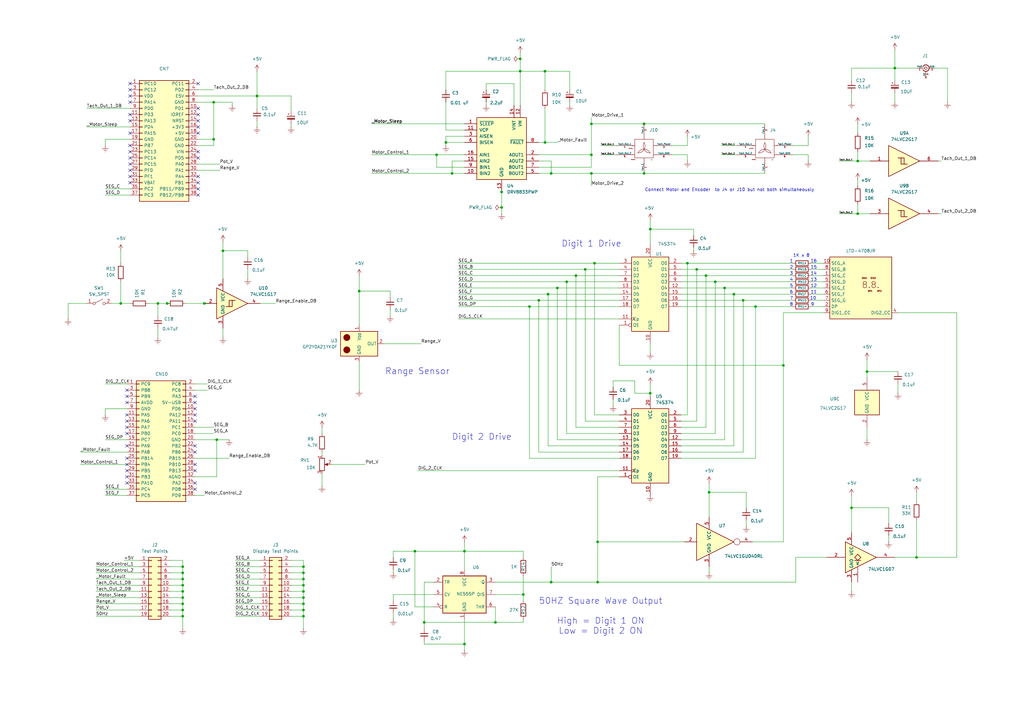
<source format=kicad_sch>
(kicad_sch (version 20250114) (generator "eeschema") (generator_version "9.0")
  (paper "A3")
  (title_block (title "ECE3502 PCB Design Course - Motor Driver Project") (date "2025-05-08") (rev "1.4") (company "University of Virginia ECE") (comment 1 "Drawn By: Bob Ross"))
  (text "2" (at 324.612 109.728 0) (effects (font (size 1.27 1.27))))
  (text "11" (at 333.756 119.888 0) (effects (font (size 1.27 1.27))))
  (text "Range Sensor" (at 171.196 152.4 0) (effects (font (size 2.54 2.54))))
  (text "16" (at 333.756 107.188 0) (effects (font (size 1.27 1.27))))
  (text "8" (at 324.612 124.968 0) (effects (font (size 1.27 1.27))))
  (text "6" (at 324.612 119.888 0) (effects (font (size 1.27 1.27))))
  (text "12" (at 333.756 117.348 0) (effects (font (size 1.27 1.27))))
  (text "7" (at 324.612 122.428 0) (effects (font (size 1.27 1.27))))
  (text "50HZ Square Wave Output\n\nHigh = Digit 1 ON\nLow = Digit 2 ON" (at 246.38 252.73 0) (effects (font (size 2.54 2.54))))
  (text "13" (at 333.756 114.808 0) (effects (font (size 1.27 1.27))))
  (text "Digit 1 Drive" (at 242.57 100.076 0) (effects (font (size 2.54 2.54))))
  (text "5" (at 324.612 117.348 0) (effects (font (size 1.27 1.27))))
  (text "Connect Motor and Encoder  to J4 or J10 but not both simultaneously" (at 299.212 77.978 0) (effects (font (size 1.27 1.27))))
  (text "1" (at 324.612 107.188 0) (effects (font (size 1.27 1.27))))
  (text "Digit 2 Drive" (at 197.612 179.324 0) (effects (font (size 2.54 2.54))))
  (text "3" (at 324.612 112.268 0) (effects (font (size 1.27 1.27))))
  (text "1K x 8" (at 328.676 104.902 0) (effects (font (size 1.27 1.27))))
  (text "4" (at 324.612 114.808 0) (effects (font (size 1.27 1.27))))
  (text "15" (at 333.756 109.728 0) (effects (font (size 1.27 1.27))))
  (text "9" (at 333.248 124.968 0) (effects (font (size 1.27 1.27))))
  (text "14" (at 333.756 112.268 0) (effects (font (size 1.27 1.27))))
  (text "10" (at 333.502 122.428 0) (effects (font (size 1.27 1.27))))
  (junction (at 285.75 110.49))
  (junction (at 74.93 237.49))
  (junction (at 74.93 247.65))
  (junction (at 367.03 27.94))
  (junction (at 124.46 234.95))
  (junction (at 349.25 208.28))
  (junction (at 91.44 102.87))
  (junction (at 351.79 87.63))
  (junction (at 190.5 226.06))
  (junction (at 226.06 238.76))
  (junction (at 240.03 110.49))
  (junction (at 124.46 245.11))
  (junction (at 124.46 232.41))
  (junction (at 87.63 57.15))
  (junction (at 170.18 226.06))
  (junction (at 147.32 119.38))
  (junction (at 190.5 264.16))
  (junction (at 228.6 118.11))
  (junction (at 242.57 63.5))
  (junction (at 281.94 107.95))
  (junction (at 49.53 124.46))
  (junction (at 87.63 41.91))
  (junction (at 173.99 255.27))
  (junction (at 105.41 39.37))
  (junction (at 220.98 123.19))
  (junction (at 266.7 93.98))
  (junction (at 290.83 201.93))
  (junction (at 124.46 240.03))
  (junction (at 74.93 242.57))
  (junction (at 243.84 107.95))
  (junction (at 355.6 152.4))
  (junction (at 83.82 124.46))
  (junction (at 64.77 124.46))
  (junction (at 203.2 255.27))
  (junction (at 205.74 78.74))
  (junction (at 300.99 120.65))
  (junction (at 264.16 50.8))
  (junction (at 236.22 113.03))
  (junction (at 124.46 252.73))
  (junction (at 242.57 50.8))
  (junction (at 217.17 125.73))
  (junction (at 124.46 242.57))
  (junction (at 351.79 66.04))
  (junction (at 74.93 240.03))
  (junction (at 289.56 113.03))
  (junction (at 266.7 161.29))
  (junction (at 124.46 250.19))
  (junction (at 213.36 24.13))
  (junction (at 226.06 71.12))
  (junction (at 74.93 250.19))
  (junction (at 321.31 149.86))
  (junction (at 205.74 85.09))
  (junction (at 309.88 125.73))
  (junction (at 179.07 63.5))
  (junction (at 213.36 29.21))
  (junction (at 232.41 115.57))
  (junction (at 68.58 124.46))
  (junction (at 223.52 29.21))
  (junction (at 88.9 180.34))
  (junction (at 124.46 247.65))
  (junction (at 74.93 245.11))
  (junction (at 297.18 118.11))
  (junction (at 124.46 237.49))
  (junction (at 223.52 58.42))
  (junction (at 245.11 222.25))
  (junction (at 264.16 71.12))
  (junction (at 375.92 228.6))
  (junction (at 74.93 234.95))
  (junction (at 182.88 58.42))
  (junction (at 185.42 71.12))
  (junction (at 293.37 115.57))
  (junction (at 224.79 120.65))
  (junction (at 74.93 252.73))
  (junction (at 245.11 238.76))
  (junction (at 304.8 123.19))
  (junction (at 74.93 232.41))
  (junction (at 214.63 243.84))
  (junction (at 242.57 71.12))
  (no_connect (at 52.07 172.72))
  (no_connect (at 80.01 182.88))
  (no_connect (at 53.34 39.37))
  (no_connect (at 53.34 49.53))
  (no_connect (at 53.34 67.31))
  (no_connect (at 53.34 72.39))
  (no_connect (at 53.34 36.83))
  (no_connect (at 81.28 52.07))
  (no_connect (at 52.07 160.02))
  (no_connect (at 80.01 172.72))
  (no_connect (at 81.28 54.61))
  (no_connect (at 52.07 170.18))
  (no_connect (at 53.34 41.91))
  (no_connect (at 81.28 72.39))
  (no_connect (at 80.01 167.64))
  (no_connect (at 80.01 170.18))
  (no_connect (at 81.28 34.29))
  (no_connect (at 80.01 165.1))
  (no_connect (at 80.01 190.5))
  (no_connect (at 53.34 74.93))
  (no_connect (at 52.07 165.1))
  (no_connect (at 81.28 64.77))
  (no_connect (at 53.34 69.85))
  (no_connect (at 81.28 74.93))
  (no_connect (at 52.07 182.88))
  (no_connect (at 52.07 195.58))
  (no_connect (at 53.34 54.61))
  (no_connect (at 80.01 185.42))
  (no_connect (at 52.07 198.12))
  (no_connect (at 80.01 193.04))
  (no_connect (at 53.34 64.77))
  (no_connect (at 81.28 44.45))
  (no_connect (at 81.28 80.01))
  (no_connect (at 53.34 59.69))
  (no_connect (at 81.28 46.99))
  (no_connect (at 52.07 187.96))
  (no_connect (at 53.34 46.99))
  (no_connect (at 81.28 77.47))
  (no_connect (at 52.07 175.26))
  (no_connect (at 80.01 162.56))
  (no_connect (at 52.07 190.5))
  (no_connect (at 80.01 200.66))
  (no_connect (at 52.07 193.04))
  (no_connect (at 53.34 62.23))
  (no_connect (at 81.28 49.53))
  (no_connect (at 52.07 177.8))
  (no_connect (at 80.01 198.12))
  (no_connect (at 81.28 62.23))
  (no_connect (at 52.07 162.56))
  (no_connect (at 53.34 34.29))
  (wire (pts (xy 49.53 102.87) (xy 49.53 107.95)))
  (wire (pts (xy 124.46 247.65) (xy 124.46 250.19)))
  (wire (pts (xy 74.93 232.41) (xy 74.93 234.95)))
  (wire (pts (xy 88.9 180.34) (xy 93.98 180.34)))
  (wire (pts (xy 69.85 242.57) (xy 74.93 242.57)))
  (wire (pts (xy 293.37 115.57) (xy 325.12 115.57)))
  (wire (pts (xy 80.01 203.2) (xy 83.82 203.2)))
  (wire (pts (xy 96.52 237.49) (xy 106.68 237.49)))
  (wire (pts (xy 295.91 63.5) (xy 302.26 63.5)))
  (wire (pts (xy 190.5 226.06) (xy 190.5 233.68)))
  (wire (pts (xy 152.4 63.5) (xy 179.07 63.5)))
  (wire (pts (xy 170.18 226.06) (xy 161.29 226.06)))
  (wire (pts (xy 39.37 240.03) (xy 57.15 240.03)))
  (wire (pts (xy 275.59 63.5) (xy 281.94 63.5)))
  (wire (pts (xy 101.6 105.41) (xy 101.6 102.87)))
  (wire (pts (xy 325.12 63.5) (xy 331.47 63.5)))
  (wire (pts (xy 171.45 193.04) (xy 254 193.04)))
  (wire (pts (xy 279.4 120.65) (xy 300.99 120.65)))
  (wire (pts (xy 236.22 113.03) (xy 236.22 175.26)))
  (wire (pts (xy 105.41 49.53) (xy 105.41 52.07)))
  (wire (pts (xy 96.52 242.57) (xy 106.68 242.57)))
  (wire (pts (xy 124.46 240.03) (xy 124.46 242.57)))
  (wire (pts (xy 96.52 245.11) (xy 106.68 245.11)))
  (wire (pts (xy 279.4 180.34) (xy 297.18 180.34)))
  (wire (pts (xy 384.81 87.63) (xy 386.08 87.63)))
  (wire (pts (xy 119.38 39.37) (xy 119.38 45.72)))
  (wire (pts (xy 279.4 107.95) (xy 281.94 107.95)))
  (wire (pts (xy 39.37 250.19) (xy 57.15 250.19)))
  (wire (pts (xy 182.88 55.88) (xy 182.88 58.42)))
  (wire (pts (xy 35.56 124.46) (xy 27.94 124.46)))
  (wire (pts (xy 217.17 125.73) (xy 254 125.73)))
  (wire (pts (xy 220.98 66.04) (xy 226.06 66.04)))
  (wire (pts (xy 226.06 71.12) (xy 242.57 71.12)))
  (wire (pts (xy 119.38 242.57) (xy 124.46 242.57)))
  (wire (pts (xy 254 172.72) (xy 240.03 172.72)))
  (wire (pts (xy 236.22 175.26) (xy 254 175.26)))
  (wire (pts (xy 266.7 161.29) (xy 266.7 162.56)))
  (wire (pts (xy 53.34 57.15) (xy 43.18 57.15)))
  (wire (pts (xy 74.93 250.19) (xy 74.93 252.73)))
  (wire (pts (xy 306.07 213.36) (xy 306.07 215.9)))
  (wire (pts (xy 355.6 147.32) (xy 355.6 152.4)))
  (wire (pts (xy 224.79 120.65) (xy 224.79 182.88)))
  (wire (pts (xy 351.79 50.8) (xy 351.79 54.61)))
  (wire (pts (xy 243.84 107.95) (xy 243.84 170.18)))
  (wire (pts (xy 242.57 50.8) (xy 264.16 50.8)))
  (wire (pts (xy 266.7 93.98) (xy 284.48 93.98)))
  (wire (pts (xy 279.4 125.73) (xy 309.88 125.73)))
  (wire (pts (xy 69.85 232.41) (xy 74.93 232.41)))
  (wire (pts (xy 228.6 118.11) (xy 228.6 180.34)))
  (wire (pts (xy 199.39 34.29) (xy 210.82 34.29)))
  (wire (pts (xy 290.83 201.93) (xy 306.07 201.93)))
  (wire (pts (xy 39.37 237.49) (xy 57.15 237.49)))
  (wire (pts (xy 74.93 247.65) (xy 74.93 250.19)))
  (wire (pts (xy 293.37 177.8) (xy 293.37 115.57)))
  (wire (pts (xy 35.56 44.45) (xy 53.34 44.45)))
  (wire (pts (xy 187.96 125.73) (xy 217.17 125.73)))
  (wire (pts (xy 351.79 87.63) (xy 356.87 87.63)))
  (wire (pts (xy 367.03 20.32) (xy 367.03 27.94)))
  (wire (pts (xy 81.28 59.69) (xy 87.63 59.69)))
  (wire (pts (xy 205.74 78.74) (xy 205.74 85.09)))
  (wire (pts (xy 39.37 247.65) (xy 57.15 247.65)))
  (wire (pts (xy 289.56 175.26) (xy 289.56 113.03)))
  (wire (pts (xy 43.18 167.64) (xy 43.18 170.18)))
  (wire (pts (xy 43.18 200.66) (xy 52.07 200.66)))
  (wire (pts (xy 332.74 118.11) (xy 337.82 118.11)))
  (wire (pts (xy 119.38 247.65) (xy 124.46 247.65)))
  (wire (pts (xy 177.8 248.92) (xy 170.18 248.92)))
  (wire (pts (xy 281.94 170.18) (xy 279.4 170.18)))
  (wire (pts (xy 160.02 127) (xy 160.02 129.54)))
  (wire (pts (xy 187.96 118.11) (xy 228.6 118.11)))
  (wire (pts (xy 147.32 148.59) (xy 147.32 160.02)))
  (wire (pts (xy 214.63 236.22) (xy 214.63 243.84)))
  (wire (pts (xy 190.5 71.12) (xy 185.42 71.12)))
  (wire (pts (xy 88.9 180.34) (xy 88.9 195.58)))
  (wire (pts (xy 173.99 262.89) (xy 173.99 264.16)))
  (wire (pts (xy 349.25 208.28) (xy 364.49 208.28)))
  (wire (pts (xy 91.44 99.06) (xy 91.44 102.87)))
  (wire (pts (xy 96.52 234.95) (xy 106.68 234.95)))
  (wire (pts (xy 80.01 160.02) (xy 85.09 160.02)))
  (wire (pts (xy 74.93 252.73) (xy 74.93 257.81)))
  (wire (pts (xy 332.74 125.73) (xy 337.82 125.73)))
  (wire (pts (xy 214.63 243.84) (xy 214.63 246.38)))
  (wire (pts (xy 332.74 120.65) (xy 337.82 120.65)))
  (wire (pts (xy 232.41 177.8) (xy 254 177.8)))
  (wire (pts (xy 124.46 234.95) (xy 124.46 237.49)))
  (wire (pts (xy 199.39 41.91) (xy 199.39 43.18)))
  (wire (pts (xy 80.01 187.96) (xy 93.98 187.96)))
  (wire (pts (xy 87.63 41.91) (xy 95.25 41.91)))
  (wire (pts (xy 281.94 63.5) (xy 281.94 66.04)))
  (wire (pts (xy 254 149.86) (xy 321.31 149.86)))
  (wire (pts (xy 147.32 119.38) (xy 147.32 133.35)))
  (wire (pts (xy 304.8 123.19) (xy 304.8 185.42)))
  (wire (pts (xy 266.7 157.48) (xy 266.7 161.29)))
  (wire (pts (xy 368.3 152.4) (xy 355.6 152.4)))
  (wire (pts (xy 132.08 175.26) (xy 132.08 177.8)))
  (wire (pts (xy 87.63 57.15) (xy 87.63 59.69)))
  (wire (pts (xy 119.38 229.87) (xy 124.46 229.87)))
  (wire (pts (xy 43.18 167.64) (xy 52.07 167.64)))
  (wire (pts (xy 124.46 252.73) (xy 124.46 257.81)))
  (wire (pts (xy 289.56 113.03) (xy 325.12 113.03)))
  (wire (pts (xy 83.82 124.46) (xy 86.36 124.46)))
  (wire (pts (xy 187.96 123.19) (xy 220.98 123.19)))
  (wire (pts (xy 308.61 222.25) (xy 321.31 222.25)))
  (wire (pts (xy 185.42 71.12) (xy 185.42 66.04)))
  (wire (pts (xy 300.99 120.65) (xy 325.12 120.65)))
  (wire (pts (xy 74.93 237.49) (xy 74.93 240.03)))
  (wire (pts (xy 182.88 29.21) (xy 213.36 29.21)))
  (wire (pts (xy 64.77 124.46) (xy 68.58 124.46)))
  (wire (pts (xy 187.96 113.03) (xy 236.22 113.03)))
  (wire (pts (xy 266.7 90.17) (xy 266.7 93.98)))
  (wire (pts (xy 132.08 194.31) (xy 132.08 199.39)))
  (wire (pts (xy 68.58 124.46) (xy 69.85 124.46)))
  (wire (pts (xy 279.4 172.72) (xy 285.75 172.72)))
  (wire (pts (xy 105.41 29.21) (xy 105.41 39.37)))
  (wire (pts (xy 281.94 107.95) (xy 281.94 170.18)))
  (wire (pts (xy 119.38 52.07) (xy 119.38 50.8)))
  (wire (pts (xy 161.29 226.06) (xy 161.29 228.6)))
  (wire (pts (xy 80.01 195.58) (xy 88.9 195.58)))
  (wire (pts (xy 245.11 222.25) (xy 245.11 238.76)))
  (wire (pts (xy 190.5 63.5) (xy 179.07 63.5)))
  (wire (pts (xy 213.36 21.59) (xy 213.36 24.13)))
  (wire (pts (xy 173.99 264.16) (xy 190.5 264.16)))
  (wire (pts (xy 254 195.58) (xy 245.11 195.58)))
  (wire (pts (xy 367.03 27.94) (xy 367.03 33.02)))
  (wire (pts (xy 279.4 177.8) (xy 293.37 177.8)))
  (wire (pts (xy 69.85 240.03) (xy 74.93 240.03)))
  (wire (pts (xy 351.79 73.66) (xy 351.79 76.2)))
  (wire (pts (xy 240.03 172.72) (xy 240.03 110.49)))
  (wire (pts (xy 349.25 27.94) (xy 367.03 27.94)))
  (wire (pts (xy 182.88 36.83) (xy 182.88 29.21)))
  (wire (pts (xy 254 107.95) (xy 243.84 107.95)))
  (wire (pts (xy 326.39 228.6) (xy 326.39 238.76)))
  (wire (pts (xy 74.93 245.11) (xy 74.93 247.65)))
  (wire (pts (xy 173.99 255.27) (xy 203.2 255.27)))
  (wire (pts (xy 170.18 226.06) (xy 190.5 226.06)))
  (wire (pts (xy 43.18 203.2) (xy 52.07 203.2)))
  (wire (pts (xy 81.28 36.83) (xy 87.63 36.83)))
  (wire (pts (xy 161.29 233.68) (xy 161.29 234.95)))
  (wire (pts (xy 349.25 27.94) (xy 349.25 33.02)))
  (wire (pts (xy 96.52 240.03) (xy 106.68 240.03)))
  (wire (pts (xy 284.48 93.98) (xy 284.48 96.52)))
  (wire (pts (xy 43.18 57.15) (xy 43.18 59.69)))
  (wire (pts (xy 69.85 234.95) (xy 74.93 234.95)))
  (wire (pts (xy 43.18 77.47) (xy 53.34 77.47)))
  (wire (pts (xy 190.5 222.25) (xy 190.5 226.06)))
  (wire (pts (xy 124.46 237.49) (xy 124.46 240.03)))
  (wire (pts (xy 124.46 250.19) (xy 124.46 252.73)))
  (wire (pts (xy 226.06 66.04) (xy 226.06 71.12)))
  (wire (pts (xy 101.6 102.87) (xy 91.44 102.87)))
  (wire (pts (xy 190.5 266.7) (xy 190.5 264.16)))
  (wire (pts (xy 173.99 238.76) (xy 173.99 255.27)))
  (wire (pts (xy 242.57 68.58) (xy 220.98 68.58)))
  (wire (pts (xy 260.35 156.21) (xy 260.35 161.29)))
  (wire (pts (xy 368.3 128.27) (xy 392.43 128.27)))
  (wire (pts (xy 33.02 190.5) (xy 52.07 190.5)))
  (wire (pts (xy 182.88 55.88) (xy 190.5 55.88)))
  (wire (pts (xy 242.57 76.2) (xy 242.57 71.12)))
  (wire (pts (xy 132.08 185.42) (xy 132.08 186.69)))
  (wire (pts (xy 33.02 185.42) (xy 52.07 185.42)))
  (wire (pts (xy 246.38 63.5) (xy 252.73 63.5)))
  (wire (pts (xy 74.93 240.03) (xy 74.93 242.57)))
  (wire (pts (xy 91.44 134.62) (xy 91.44 138.43)))
  (wire (pts (xy 290.83 198.12) (xy 290.83 201.93)))
  (wire (pts (xy 91.44 102.87) (xy 91.44 114.3)))
  (wire (pts (xy 226.06 238.76) (xy 245.11 238.76)))
  (wire (pts (xy 344.17 66.04) (xy 351.79 66.04)))
  (wire (pts (xy 220.98 185.42) (xy 220.98 123.19)))
  (wire (pts (xy 147.32 113.03) (xy 147.32 119.38)))
  (wire (pts (xy 279.4 110.49) (xy 285.75 110.49)))
  (wire (pts (xy 223.52 29.21) (xy 223.52 36.83)))
  (wire (pts (xy 105.41 39.37) (xy 119.38 39.37)))
  (wire (pts (xy 49.53 115.57) (xy 49.53 124.46)))
  (wire (pts (xy 39.37 232.41) (xy 57.15 232.41)))
  (wire (pts (xy 285.75 110.49) (xy 285.75 172.72)))
  (wire (pts (xy 279.4 175.26) (xy 289.56 175.26)))
  (wire (pts (xy 223.52 29.21) (xy 233.68 29.21)))
  (wire (pts (xy 170.18 226.06) (xy 170.18 248.92)))
  (wire (pts (xy 279.4 182.88) (xy 300.99 182.88)))
  (wire (pts (xy 304.8 185.42) (xy 279.4 185.42)))
  (wire (pts (xy 284.48 101.6) (xy 284.48 102.87)))
  (wire (pts (xy 203.2 243.84) (xy 214.63 243.84)))
  (wire (pts (xy 326.39 228.6) (xy 339.09 228.6)))
  (wire (pts (xy 224.79 182.88) (xy 254 182.88)))
  (wire (pts (xy 254 120.65) (xy 224.79 120.65)))
  (wire (pts (xy 45.72 124.46) (xy 49.53 124.46)))
  (wire (pts (xy 173.99 255.27) (xy 173.99 257.81)))
  (wire (pts (xy 332.74 123.19) (xy 337.82 123.19)))
  (wire (pts (xy 223.52 58.42) (xy 220.98 58.42)))
  (wire (pts (xy 364.49 208.28) (xy 364.49 214.63)))
  (wire (pts (xy 281.94 107.95) (xy 325.12 107.95)))
  (wire (pts (xy 50.8 229.87) (xy 57.15 229.87)))
  (wire (pts (xy 321.31 128.27) (xy 337.82 128.27)))
  (wire (pts (xy 213.36 29.21) (xy 223.52 29.21)))
  (wire (pts (xy 251.46 156.21) (xy 251.46 158.75)))
  (wire (pts (xy 355.6 152.4) (xy 355.6 154.94)))
  (wire (pts (xy 187.96 115.57) (xy 232.41 115.57)))
  (wire (pts (xy 349.25 38.1) (xy 349.25 41.91)))
  (wire (pts (xy 290.83 232.41) (xy 290.83 234.95)))
  (wire (pts (xy 220.98 63.5) (xy 242.57 63.5)))
  (wire (pts (xy 190.5 254) (xy 190.5 264.16)))
  (wire (pts (xy 226.06 232.41) (xy 226.06 238.76)))
  (wire (pts (xy 266.7 93.98) (xy 266.7 100.33)))
  (wire (pts (xy 80.01 180.34) (xy 88.9 180.34)))
  (wire (pts (xy 119.38 234.95) (xy 124.46 234.95)))
  (wire (pts (xy 375.92 228.6) (xy 392.43 228.6)))
  (wire (pts (xy 321.31 128.27) (xy 321.31 149.86)))
  (wire (pts (xy 243.84 170.18) (xy 254 170.18)))
  (wire (pts (xy 81.28 57.15) (xy 87.63 57.15)))
  (wire (pts (xy 39.37 252.73) (xy 57.15 252.73)))
  (wire (pts (xy 331.47 63.5) (xy 331.47 66.04)))
  (wire (pts (xy 223.52 58.42) (xy 228.6 58.42)))
  (wire (pts (xy 119.38 252.73) (xy 124.46 252.73)))
  (wire (pts (xy 245.11 238.76) (xy 326.39 238.76)))
  (wire (pts (xy 236.22 113.03) (xy 254 113.03)))
  (wire (pts (xy 64.77 134.62) (xy 64.77 138.43)))
  (wire (pts (xy 105.41 39.37) (xy 105.41 44.45)))
  (wire (pts (xy 160.02 119.38) (xy 160.02 121.92)))
  (wire (pts (xy 246.38 59.69) (xy 252.73 59.69)))
  (wire (pts (xy 260.35 161.29) (xy 266.7 161.29)))
  (wire (pts (xy 309.88 125.73) (xy 325.12 125.73)))
  (wire (pts (xy 152.4 50.8) (xy 190.5 50.8)))
  (wire (pts (xy 233.68 43.18) (xy 233.68 41.91)))
  (wire (pts (xy 60.96 124.46) (xy 64.77 124.46)))
  (wire (pts (xy 203.2 238.76) (xy 226.06 238.76)))
  (wire (pts (xy 242.57 63.5) (xy 242.57 68.58)))
  (wire (pts (xy 349.25 238.76) (xy 349.25 242.57)))
  (wire (pts (xy 242.57 71.12) (xy 264.16 71.12)))
  (wire (pts (xy 367.03 41.91) (xy 367.03 38.1)))
  (wire (pts (xy 279.4 113.03) (xy 289.56 113.03)))
  (wire (pts (xy 295.91 59.69) (xy 302.26 59.69)))
  (wire (pts (xy 96.52 247.65) (xy 106.68 247.65)))
  (wire (pts (xy 69.85 252.73) (xy 74.93 252.73)))
  (wire (pts (xy 81.28 67.31) (xy 90.17 67.31)))
  (wire (pts (xy 182.88 58.42) (xy 190.5 58.42)))
  (wire (pts (xy 64.77 124.46) (xy 64.77 129.54)))
  (wire (pts (xy 179.07 63.5) (xy 179.07 68.58)))
  (wire (pts (xy 69.85 247.65) (xy 74.93 247.65)))
  (wire (pts (xy 364.49 219.71) (xy 364.49 222.25)))
  (wire (pts (xy 124.46 229.87) (xy 124.46 232.41)))
  (wire (pts (xy 96.52 252.73) (xy 106.68 252.73)))
  (wire (pts (xy 39.37 245.11) (xy 57.15 245.11)))
  (wire (pts (xy 240.03 110.49) (xy 254 110.49)))
  (wire (pts (xy 232.41 115.57) (xy 254 115.57)))
  (wire (pts (xy 69.85 245.11) (xy 74.93 245.11)))
  (wire (pts (xy 81.28 69.85) (xy 90.17 69.85)))
  (wire (pts (xy 182.88 41.91) (xy 182.88 53.34)))
  (wire (pts (xy 185.42 66.04) (xy 190.5 66.04)))
  (wire (pts (xy 69.85 229.87) (xy 74.93 229.87)))
  (wire (pts (xy 214.63 255.27) (xy 214.63 254)))
  (wire (pts (xy 124.46 232.41) (xy 124.46 234.95)))
  (wire (pts (xy 43.18 180.34) (xy 52.07 180.34)))
  (wire (pts (xy 217.17 187.96) (xy 217.17 125.73)))
  (wire (pts (xy 182.88 58.42) (xy 182.88 59.69)))
  (wire (pts (xy 279.4 123.19) (xy 304.8 123.19)))
  (wire (pts (xy 309.88 187.96) (xy 279.4 187.96)))
  (wire (pts (xy 349.25 203.2) (xy 349.25 208.28)))
  (wire (pts (xy 304.8 123.19) (xy 325.12 123.19)))
  (wire (pts (xy 220.98 123.19) (xy 254 123.19)))
  (wire (pts (xy 251.46 156.21) (xy 260.35 156.21)))
  (wire (pts (xy 384.81 66.04) (xy 386.08 66.04)))
  (wire (pts (xy 306.07 201.93) (xy 306.07 208.28)))
  (wire (pts (xy 205.74 85.09) (xy 205.74 87.63)))
  (wire (pts (xy 226.06 71.12) (xy 220.98 71.12)))
  (wire (pts (xy 325.12 59.69) (xy 331.47 59.69)))
  (wire (pts (xy 27.94 124.46) (xy 27.94 130.81)))
  (wire (pts (xy 161.29 243.84) (xy 161.29 246.38)))
  (wire (pts (xy 205.74 77.47) (xy 205.74 78.74)))
  (wire (pts (xy 368.3 157.48) (xy 368.3 161.29)))
  (wire (pts (xy 187.96 110.49) (xy 240.03 110.49)))
  (wire (pts (xy 39.37 242.57) (xy 57.15 242.57)))
  (wire (pts (xy 101.6 110.49) (xy 101.6 114.3)))
  (wire (pts (xy 332.74 113.03) (xy 337.82 113.03)))
  (wire (pts (xy 355.6 175.26) (xy 355.6 180.34)))
  (wire (pts (xy 254 185.42) (xy 220.98 185.42)))
  (wire (pts (xy 213.36 29.21) (xy 213.36 43.18)))
  (wire (pts (xy 242.57 63.5) (xy 242.57 50.8)))
  (wire (pts (xy 49.53 124.46) (xy 53.34 124.46)))
  (wire (pts (xy 106.68 124.46) (xy 113.03 124.46)))
  (wire (pts (xy 214.63 228.6) (xy 214.63 226.06)))
  (wire (pts (xy 119.38 250.19) (xy 124.46 250.19)))
  (wire (pts (xy 80.01 177.8) (xy 87.63 177.8)))
  (wire (pts (xy 119.38 237.49) (xy 124.46 237.49)))
  (wire (pts (xy 266.7 140.97) (xy 266.7 144.78)))
  (wire (pts (xy 177.8 243.84) (xy 161.29 243.84)))
  (wire (pts (xy 264.16 50.8) (xy 313.69 50.8)))
  (wire (pts (xy 344.17 87.63) (xy 351.79 87.63)))
  (wire (pts (xy 213.36 24.13) (xy 213.36 29.21)))
  (wire (pts (xy 349.25 208.28) (xy 349.25 218.44)))
  (wire (pts (xy 223.52 44.45) (xy 223.52 58.42)))
  (wire (pts (xy 264.16 71.12) (xy 313.69 71.12)))
  (wire (pts (xy 147.32 119.38) (xy 160.02 119.38)))
  (wire (pts (xy 375.92 213.36) (xy 375.92 228.6)))
  (wire (pts (xy 80.01 157.48) (xy 85.09 157.48)))
  (wire (pts (xy 297.18 180.34) (xy 297.18 118.11)))
  (wire (pts (xy 87.63 57.15) (xy 87.63 41.91)))
  (wire (pts (xy 76.2 124.46) (xy 83.82 124.46)))
  (wire (pts (xy 96.52 229.87) (xy 106.68 229.87)))
  (wire (pts (xy 119.38 245.11) (xy 124.46 245.11)))
  (wire (pts (xy 332.74 107.95) (xy 337.82 107.95)))
  (wire (pts (xy 203.2 255.27) (xy 214.63 255.27)))
  (wire (pts (xy 228.6 180.34) (xy 254 180.34)))
  (wire (pts (xy 275.59 59.69) (xy 281.94 59.69)))
  (wire (pts (xy 74.93 234.95) (xy 74.93 237.49)))
  (wire (pts (xy 280.67 222.25) (xy 245.11 222.25)))
  (wire (pts (xy 251.46 163.83) (xy 251.46 166.37)))
  (wire (pts (xy 96.52 250.19) (xy 106.68 250.19)))
  (wire (pts (xy 187.96 107.95) (xy 243.84 107.95)))
  (wire (pts (xy 124.46 245.11) (xy 124.46 247.65)))
  (wire (pts (xy 351.79 62.23) (xy 351.79 66.04)))
  (wire (pts (xy 351.79 66.04) (xy 356.87 66.04)))
  (wire (pts (xy 187.96 130.81) (xy 254 130.81)))
  (wire (pts (xy 210.82 34.29) (xy 210.82 43.18)))
  (wire (pts (xy 332.74 110.49) (xy 337.82 110.49)))
  (wire (pts (xy 331.47 59.69) (xy 331.47 55.88)))
  (wire (pts (xy 119.38 232.41) (xy 124.46 232.41)))
  (wire (pts (xy 152.4 71.12) (xy 185.42 71.12)))
  (wire (pts (xy 309.88 125.73) (xy 309.88 187.96)))
  (wire (pts (xy 69.85 237.49) (xy 74.93 237.49)))
  (wire (pts (xy 254 187.96) (xy 217.17 187.96)))
  (wire (pts (xy 285.75 110.49) (xy 325.12 110.49)))
  (wire (pts (xy 190.5 226.06) (xy 214.63 226.06)))
  (wire (pts (xy 367.03 228.6) (xy 375.92 228.6)))
  (wire (pts (xy 203.2 248.92) (xy 203.2 255.27)))
  (wire (pts (xy 182.88 53.34) (xy 190.5 53.34)))
  (wire (pts (xy 228.6 118.11) (xy 254 118.11)))
  (wire (pts (xy 321.31 149.86) (xy 321.31 222.25)))
  (wire (pts (xy 279.4 115.57) (xy 293.37 115.57)))
  (wire (pts (xy 157.48 140.97) (xy 172.72 140.97)))
  (wire (pts (xy 332.74 115.57) (xy 337.82 115.57)))
  (wire (pts (xy 290.83 201.93) (xy 290.83 212.09)))
  (wire (pts (xy 187.96 120.65) (xy 224.79 120.65)))
  (wire (pts (xy 300.99 120.65) (xy 300.99 182.88)))
  (wire (pts (xy 74.93 229.87) (xy 74.93 232.41)))
  (wire (pts (xy 161.29 251.46) (xy 161.29 254)))
  (wire (pts (xy 233.68 29.21) (xy 233.68 36.83)))
  (wire (pts (xy 74.93 242.57) (xy 74.93 245.11)))
  (wire (pts (xy 179.07 68.58) (xy 190.5 68.58)))
  (wire (pts (xy 124.46 242.57) (xy 124.46 245.11)))
  (wire (pts (xy 199.39 34.29) (xy 199.39 36.83)))
  (wire (pts (xy 245.11 195.58) (xy 245.11 222.25)))
  (wire (pts (xy 383.54 27.94) (xy 388.62 27.94)))
  (wire (pts (xy 35.56 52.07) (xy 53.34 52.07)))
  (wire (pts (xy 69.85 250.19) (xy 74.93 250.19)))
  (wire (pts (xy 281.94 59.69) (xy 281.94 55.88)))
  (wire (pts (xy 297.18 118.11) (xy 325.12 118.11)))
  (wire (pts (xy 39.37 234.95) (xy 57.15 234.95)))
  (wire (pts (xy 367.03 27.94) (xy 375.92 27.94)))
  (wire (pts (xy 279.4 118.11) (xy 297.18 118.11)))
  (wire (pts (xy 95.25 41.91) (xy 95.25 43.18)))
  (wire (pts (xy 254 133.35) (xy 254 149.86)))
  (wire (pts (xy 375.92 201.93) (xy 375.92 205.74)))
  (wire (pts (xy 388.62 41.91) (xy 388.62 27.94)))
  (wire (pts (xy 351.79 83.82) (xy 351.79 87.63)))
  (wire (pts (xy 392.43 228.6) (xy 392.43 128.27)))
  (wire (pts (xy 81.28 39.37) (xy 105.41 39.37)))
  (wire (pts (xy 81.28 41.91) (xy 87.63 41.91)))
  (wire (pts (xy 43.18 157.48) (xy 52.07 157.48)))
  (wire (pts (xy 232.41 115.57) (xy 232.41 177.8)))
  (wire (pts (xy 96.52 232.41) (xy 106.68 232.41)))
  (wire (pts (xy 135.89 190.5) (xy 149.86 190.5)))
  (wire (pts (xy 173.99 238.76) (xy 177.8 238.76)))
  (wire (pts (xy 119.38 240.03) (xy 124.46 240.03)))
  (wire (pts (xy 80.01 175.26) (xy 87.63 175.26)))
  (wire (pts (xy 43.18 80.01) (xy 53.34 80.01)))
  (wire (pts (xy 242.57 48.26) (xy 242.57 50.8)))
  (label "Motor_Drive_2" (at 242.57 76.2 0))
  (label "50Hz" (at 39.37 252.73 0))
  (label "SEG_DP" (at 96.52 247.65 0))
  (label "DIG_2_CLK" (at 96.52 252.73 0))
  (label "SEG_A" (at 87.63 177.8 0))
  (label "Tach_Out_1" (at 295.91 59.69 0) (effects (font (size 0.635 0.635))))
  (label "DIG_1_CLK" (at 96.52 250.19 0))
  (label "Motor_Control_2" (at 152.4 71.12 0))
  (label "Pot_V" (at 149.86 190.5 0))
  (label "Range_V" (at 90.17 69.85 0))
  (label "SEG_E" (at 187.96 118.11 0))
  (label "SEG_A" (at 187.96 107.95 0))
  (label "Pot_V" (at 90.17 67.31 0))
  (label "Tach_Out_2_DB" (at 87.63 36.83 0))
  (label "SEG_B" (at 187.96 110.49 0))
  (label "Tach_Out_1_DB" (at 386.08 66.04 0))
  (label "SEG_C" (at 187.96 113.03 0))
  (label "SEG_DP" (at 43.18 180.34 0))
  (label "SEG_B" (at 87.63 175.26 0))
  (label "Motor_Control_2" (at 83.82 203.2 0))
  (label "Tach_Out_2_DB" (at 386.08 87.63 0))
  (label "DIG_2_CLK" (at 171.45 193.04 0))
  (label "SEG_D" (at 96.52 237.49 0))
  (label "_Motor_Fault" (at 228.6 58.42 0))
  (label "Range_V" (at 172.72 140.97 0))
  (label "SEG_A" (at 96.52 229.87 0))
  (label "Motor_Drive_1" (at 242.57 48.26 0))
  (label "Motor_Control_2" (at 39.37 234.95 0))
  (label "_Motor_Sleep" (at 39.37 245.11 0))
  (label "SEG_F" (at 187.96 120.65 0))
  (label "Tach_Out_1_DB" (at 39.37 240.03 0))
  (label "DIG_1_CLK" (at 187.96 130.81 0))
  (label "_Motor_Sleep" (at 152.4 50.8 0))
  (label "+5V" (at 50.8 229.87 0))
  (label "_Motor_Fault" (at 39.37 237.49 0))
  (label "SEG_DP" (at 187.96 125.73 0))
  (label "_Motor_Sleep" (at 35.56 52.07 0))
  (label "Tach_Out_2" (at 295.91 63.5 0) (effects (font (size 0.635 0.635))))
  (label "SEG_F" (at 96.52 242.57 0))
  (label "Range_Enable_DB" (at 93.98 187.96 0))
  (label "_Motor_Sleep" (at 152.4 50.8 0))
  (label "Tach_Out_2" (at 344.17 87.63 0) (effects (font (size 0.635 0.635))))
  (label "50Hz" (at 226.06 232.41 0))
  (label "DIG_1_CLK" (at 85.09 157.48 0))
  (label "SEG_B" (at 96.52 232.41 0))
  (label "Tach_Out_2" (at 246.38 63.5 0) (effects (font (size 0.635 0.635))))
  (label "SEG_E" (at 96.52 240.03 0))
  (label "Pot_V" (at 39.37 250.19 0))
  (label "Range_Enable_DB" (at 113.03 124.46 0))
  (label "Tach_Out_1_DB" (at 35.56 44.45 0))
  (label "Tach_Out_1" (at 246.38 59.69 0) (effects (font (size 0.635 0.635))))
  (label "Motor_Control_1" (at 39.37 232.41 0))
  (label "SEG_C" (at 96.52 234.95 0))
  (label "SEG_E" (at 43.18 200.66 0))
  (label "SEG_G" (at 85.09 160.02 0))
  (label "DIG_2_CLK" (at 43.18 157.48 0))
  (label "Tach_Out_1" (at 344.17 66.04 0) (effects (font (size 0.635 0.635))))
  (label "SEG_G" (at 187.96 123.19 0))
  (label "SEG_D" (at 43.18 80.01 0))
  (label "Motor_Control_1" (at 33.02 190.5 0))
  (label "Range_V" (at 39.37 247.65 0))
  (label "SEG_D" (at 187.96 115.57 0))
  (label "SEG_F" (at 43.18 203.2 0))
  (label "SEG_G" (at 96.52 245.11 0))
  (label "Tach_Out_2_DB" (at 39.37 242.57 0))
  (label "SEG_C" (at 43.18 77.47 0))
  (label "Motor_Control_1" (at 152.4 63.5 0))
  (label "_Motor_Fault" (at 33.02 185.42 0))
  (symbol (lib_id "power:+5V") (at 190.5 222.25 0) (unit 1)
    (property "Reference" "#PWR027" (effects (hide yes)))
    (property "Value" "+5V" (at 190.5 217.17 0))
    (property "Description" "Power symbol creates a global label with name \"+5V\"" (effects (hide yes)))
  )
  (symbol (lib_name "R_Pack08_Split_2") (lib_id "Device:R_Pack08_Split") (at 328.93 107.95 270) (mirror x) (unit 1)
    (property "Reference" "RN1" (at 327.152 107.95 90) (effects (font (size 0.889 0.889)) (justify left)))
    (property "Value" "R_Pack08_Split" (effects (hide yes)))
    (property "Footprint" "Package_DIP:DIP-16_W7.62mm" (effects (hide yes)))
    (property "Description" "8 resistor network, parallel topology, split" (effects (hide yes)))
  )
  (symbol (lib_id "Device:C_Small") (at 105.41 46.99 0) (unit 1)
    (property "Reference" "C5" (at 107.188 44.45 0) (effects (justify left)))
    (property "Value" "0.1uF" (at 107.95 46.99 0) (effects (justify left)))
    (property "Footprint" "Capacitor_THT:C_Disc_D5.0mm_W2.5mm_P2.50mm" (effects (hide yes)))
    (property "Description" "Unpolarized capacitor, small symbol" (effects (hide yes)))
  )
  (symbol (lib_id "power:Earth") (at 93.98 180.34 0) (unit 1)
    (property "Reference" "#PWR017" (effects (hide yes)))
    (property "Value" "Earth" (effects (hide yes)))
    (property "Description" "Power symbol creates a global label with name \"Earth\"" (effects (hide yes)))
  )
  (symbol (lib_id "power:Earth") (at 306.07 215.9 0) (unit 1)
    (property "Reference" "#PWR032" (effects (hide yes)))
    (property "Value" "Earth" (effects (hide yes)))
    (property "Description" "Power symbol creates a global label with name \"Earth\"" (effects (hide yes)))
  )
  (symbol (lib_id "power:PWR_FLAG") (at 213.36 24.13 90) (unit 1)
    (property "Reference" "#FLG01" (effects (hide yes)))
    (property "Value" "PWR_FLAG" (at 209.55 24.1299 90) (effects (justify left)))
    (property "Description" "Special symbol for telling ERC where power comes from" (effects (hide yes)))
  )
  (symbol (lib_id "power:Earth") (at 281.94 66.04 0) (unit 1)
    (property "Reference" "#PWR06" (effects (hide yes)))
    (property "Value" "Earth" (effects (hide yes)))
    (property "Description" "Power symbol creates a global label with name \"Earth\"" (effects (hide yes)))
  )
  (symbol (lib_id "power:+5V") (at 213.36 21.59 0) (unit 1)
    (property "Reference" "#PWR02" (effects (hide yes)))
    (property "Value" "+5V" (at 213.36 16.51 0))
    (property "Description" "Power symbol creates a global label with name \"+5V\"" (effects (hide yes)))
  )
  (symbol (lib_id "power:PWR_FLAG") (at 205.74 85.09 90) (unit 1)
    (property "Reference" "#FLG02" (effects (hide yes)))
    (property "Value" "PWR_FLAG" (at 201.93 85.0899 90) (effects (justify left)))
    (property "Description" "Special symbol for telling ERC where power comes from" (effects (hide yes)))
  )
  (symbol (lib_id "power:Earth") (at 266.7 203.2 0) (unit 1)
    (property "Reference" "#PWR021" (effects (hide yes)))
    (property "Value" "Earth" (effects (hide yes)))
    (property "Description" "Power symbol creates a global label with name \"Earth\"" (effects (hide yes)))
  )
  (symbol (lib_id "power:Earth") (at 331.47 66.04 0) (unit 1)
    (property "Reference" "#PWR046" (effects (hide yes)))
    (property "Value" "Earth" (effects (hide yes)))
    (property "Description" "Power symbol creates a global label with name \"Earth\"" (effects (hide yes)))
  )
  (symbol (lib_id "power:+5V") (at 349.25 203.2 0) (unit 1)
    (property "Reference" "#PWR029" (effects (hide yes)))
    (property "Value" "+5V" (at 349.25 198.12 0))
    (property "Description" "Power symbol creates a global label with name \"+5V\"" (effects (hide yes)))
  )
  (symbol (lib_id "74xGxx:74LVC1GU04DRL") (at 290.83 222.25 0) (unit 1)
    (property "Reference" "U7" (at 296.164 215.646 0))
    (property "Value" "74LVC1GU04DRL" (at 305.054 228.092 0))
    (property "Footprint" "Package_TO_SOT_SMD:SOT-23-5_HandSoldering" (effects (hide yes)))
    (property "Datasheet" "http://www.ti.com/lit/ds/symlink/sn74lvc1gu04.pdf" (effects (hide yes)))
    (property "Description" "Single Inverter Gate, SOT-553" (effects (hide yes)))
  )
  (symbol (lib_id "power:+5V") (at 91.44 99.06 0) (unit 1)
    (property "Reference" "#PWR047" (effects (hide yes)))
    (property "Value" "+5V" (at 91.186 93.98 0))
    (property "Description" "Power symbol creates a global label with name \"+5V\"" (effects (hide yes)))
  )
  (symbol (lib_id "power:Earth") (at 266.7 144.78 0) (unit 1)
    (property "Reference" "#PWR022" (effects (hide yes)))
    (property "Value" "Earth" (effects (hide yes)))
    (property "Description" "Power symbol creates a global label with name \"Earth\"" (effects (hide yes)))
  )
  (symbol (lib_id "74xGxx:74LVC1G17") (at 96.52 124.46 0) (unit 1)
    (property "Reference" "U10" (at 107.95 118.1414 0))
    (property "Value" "74LVC1G17" (at 107.95 120.6814 0))
    (property "Footprint" "Package_TO_SOT_SMD:SOT-23-5" (effects (hide yes)))
    (property "Datasheet" "https://www.ti.com/lit/ds/symlink/sn74lvc1g17.pdf" (effects (hide yes)))
    (property "Description" "Single Schmitt Buffer Gate, Low-Voltage CMOS" (effects (hide yes)))
  )
  (symbol (lib_id "Device:C_Small") (at 64.77 132.08 0) (unit 1)
    (property "Reference" "C18" (at 67.31 130.8162 0) (effects (justify left)))
    (property "Value" "0.47uF" (at 66.548 134.874 0) (effects (justify left)))
    (property "Footprint" "Capacitor_THT:C_Disc_D5.0mm_W2.5mm_P2.50mm" (effects (hide yes)))
    (property "Description" "Unpolarized capacitor, small symbol" (effects (hide yes)))
  )
  (symbol (lib_id "Device:R") (at 214.63 232.41 180) (unit 1)
    (property "Reference" "R14" (at 214.63 232.41 90))
    (property "Value" "1K" (at 210.82 232.41 0))
    (property "Footprint" "Resistor_THT:R_Axial_DIN0207_L6.3mm_D2.5mm_P10.16mm_Horizontal" (effects (hide yes)))
    (property "Description" "Resistor" (effects (hide yes)))
  )
  (symbol (lib_id "power:Earth") (at 95.25 43.18 0) (unit 1)
    (property "Reference" "#PWR015" (effects (hide yes)))
    (property "Value" "Earth" (effects (hide yes)))
    (property "Description" "Power symbol creates a global label with name \"Earth\"" (effects (hide yes)))
  )
  (symbol (lib_id "Device:C_Small") (at 368.3 154.94 0) (unit 1)
    (property "Reference" "C17" (at 370.84 153.6762 0) (effects (justify left)))
    (property "Value" "0.1uF" (at 370.078 157.734 0) (effects (justify left)))
    (property "Footprint" "Capacitor_THT:C_Disc_D5.0mm_W2.5mm_P2.50mm" (effects (hide yes)))
    (property "Description" "Unpolarized capacitor, small symbol" (effects (hide yes)))
  )
  (symbol (lib_id "Connector_Generic:Conn_02x10_Odd_Even") (at 62.23 240.03 0) (unit 1)
    (property "Reference" "J2" (at 63.5 223.52 0))
    (property "Value" "Test Points" (at 63.5 226.06 0))
    (property "Footprint" "Connector_PinHeader_2.54mm:PinHeader_2x10_P2.54mm_Vertical" (effects (hide yes)))
    (property "Description" "Generic connector, double row, 02x10, odd/even pin numbering scheme (row 1 odd numbers, row 2 even numbers), script generated (kicad-library-utils/schlib/autogen/connector/)" (effects (hide yes)))
  )
  (symbol (lib_id "power:Earth") (at 205.74 87.63 0) (unit 1)
    (property "Reference" "#PWR01" (effects (hide yes)))
    (property "Value" "Earth" (effects (hide yes)))
    (property "Description" "Power symbol creates a global label with name \"Earth\"" (effects (hide yes)))
  )
  (symbol (lib_id "Motor Driver Project Edited Symbols:DC_Fan_With_Encoder") (at 313.69 62.23 0) (unit 1)
    (property "Reference" "J4" (at 315.8333 53.34 0) (effects (justify left)))
    (property "Value" "~" (at 316.23 64.77 0) (effects (justify left top)))
    (property "Footprint" "Connector_PinHeader_2.54mm:PinHeader_1x06_P2.54mm_Vertical" (effects (hide yes)))
  )
  (symbol (lib_id "power:Earth") (at 251.46 166.37 0) (unit 1)
    (property "Reference" "#PWR025" (effects (hide yes)))
    (property "Value" "Earth" (effects (hide yes)))
    (property "Description" "Power symbol creates a global label with name \"Earth\"" (effects (hide yes)))
  )
  (symbol (lib_id "power:Earth") (at 349.25 41.91 0) (unit 1)
    (property "Reference" "#PWR034" (effects (hide yes)))
    (property "Value" "Earth" (effects (hide yes)))
    (property "Description" "Power symbol creates a global label with name \"Earth\"" (effects (hide yes)))
  )
  (symbol (lib_id "Device:C_Small") (at 284.48 99.06 0) (unit 1)
    (property "Reference" "C4" (at 287.02 97.7962 0) (effects (justify left)))
    (property "Value" "0.1uF" (at 286.258 101.854 0) (effects (justify left)))
    (property "Footprint" "Capacitor_THT:C_Disc_D5.0mm_W2.5mm_P2.50mm" (effects (hide yes)))
    (property "Description" "Unpolarized capacitor, small symbol" (effects (hide yes)))
  )
  (symbol (lib_name "R_Pack08_Split_5") (lib_id "Device:R_Pack08_Split") (at 328.93 118.11 270) (mirror x) (unit 5)
    (property "Reference" "RN1" (at 327.152 118.11 90) (effects (font (size 0.889 0.889)) (justify left)))
    (property "Value" "R_Pack08_Split" (effects (hide yes)))
    (property "Footprint" "Package_DIP:DIP-16_W7.62mm" (effects (hide yes)))
    (property "Description" "8 resistor network, parallel topology, split" (effects (hide yes)))
  )
  (symbol (lib_id "power:+5V") (at 147.32 113.03 0) (unit 1)
    (property "Reference" "#PWR011" (effects (hide yes)))
    (property "Value" "+5V" (at 147.32 107.95 0))
    (property "Description" "Power symbol creates a global label with name \"+5V\"" (effects (hide yes)))
  )
  (symbol (lib_id "Device:R_Potentiometer") (at 132.08 190.5 0) (unit 1)
    (property "Reference" "RV1" (at 127 188.722 0) (effects (justify right)))
    (property "Value" "10K" (at 129.54 191.7699 0) (effects (justify right)))
    (property "Footprint" "Motor_Project_Edited_Footprints:TRIM_COM-09806" (effects (hide yes)))
    (property "Description" "Potentiometer" (effects (hide yes)))
  )
  (symbol (lib_id "Device:C_Small") (at 161.29 231.14 0) (unit 1)
    (property "Reference" "C9" (at 163.83 229.8762 0) (effects (justify left)))
    (property "Value" "0.1uF" (at 163.068 233.934 0) (effects (justify left)))
    (property "Footprint" "Capacitor_THT:C_Disc_D5.0mm_W2.5mm_P2.50mm" (effects (hide yes)))
    (property "Description" "Unpolarized capacitor, small symbol" (effects (hide yes)))
  )
  (symbol (lib_id "Device:R") (at 223.52 40.64 0) (unit 1)
    (property "Reference" "R10" (at 226.314 38.862 0) (effects (justify left)))
    (property "Value" "10K" (at 226.314 41.91 0) (effects (justify left)))
    (property "Footprint" "Resistor_THT:R_Axial_DIN0207_L6.3mm_D2.5mm_P10.16mm_Horizontal" (effects (hide yes)))
    (property "Description" "Resistor" (effects (hide yes)))
  )
  (symbol (lib_id "power:+5V") (at 266.7 157.48 0) (unit 1)
    (property "Reference" "#PWR026" (effects (hide yes)))
    (property "Value" "+5V" (at 266.7 152.4 0))
    (property "Description" "Power symbol creates a global label with name \"+5V\"" (effects (hide yes)))
  )
  (symbol (lib_id "power:+5V") (at 266.7 90.17 0) (unit 1)
    (property "Reference" "#PWR023" (effects (hide yes)))
    (property "Value" "+5V" (at 266.192 85.344 0))
    (property "Description" "Power symbol creates a global label with name \"+5V\"" (effects (hide yes)))
  )
  (symbol (lib_id "power:Earth") (at 91.44 138.43 0) (unit 1)
    (property "Reference" "#PWR048" (effects (hide yes)))
    (property "Value" "Earth" (effects (hide yes)))
    (property "Description" "Power symbol creates a global label with name \"Earth\"" (effects (hide yes)))
  )
  (symbol (lib_id "power:Earth") (at 161.29 254 0) (unit 1)
    (property "Reference" "#PWR042" (effects (hide yes)))
    (property "Value" "Earth" (effects (hide yes)))
    (property "Description" "Power symbol creates a global label with name \"Earth\"" (effects (hide yes)))
  )
  (symbol (lib_id "Timer:NE555P") (at 190.5 243.84 0) (unit 1)
    (property "Reference" "U6" (at 193.802 232.664 0) (effects (justify left)))
    (property "Value" "NE555P" (at 187.198 243.586 0) (effects (justify left)))
    (property "Footprint" "Package_DIP:DIP-8_W7.62mm" (effects (hide yes)))
    (property "Datasheet" "http://www.ti.com/lit/ds/symlink/ne555.pdf" (effects (hide yes)))
    (property "Description" "Precision Timers, 555 compatible,  PDIP-8" (effects (hide yes)))
  )
  (symbol (lib_id "power:Earth") (at 364.49 222.25 0) (unit 1)
    (property "Reference" "#PWR030" (effects (hide yes)))
    (property "Value" "Earth" (effects (hide yes)))
    (property "Description" "Power symbol creates a global label with name \"Earth\"" (effects (hide yes)))
  )
  (symbol (lib_id "Connector_Generic:Conn_02x10_Odd_Even") (at 111.76 240.03 0) (unit 1)
    (property "Reference" "J3" (at 113.03 223.52 0))
    (property "Value" "Display Test Points" (at 113.03 226.06 0))
    (property "Footprint" "Connector_PinHeader_2.54mm:PinHeader_2x10_P2.54mm_Vertical" (effects (hide yes)))
    (property "Description" "Generic connector, double row, 02x10, odd/even pin numbering scheme (row 1 odd numbers, row 2 even numbers), script generated (kicad-library-utils/schlib/autogen/connector/)" (effects (hide yes)))
  )
  (symbol (lib_id "Device:R_Pack08_Split") (at 328.93 125.73 270) (mirror x) (unit 8)
    (property "Reference" "RN1" (at 327.152 125.73 90) (effects (font (size 0.889 0.889)) (justify left)))
    (property "Value" "R_Pack08_Split" (effects (hide yes)))
    (property "Footprint" "Package_DIP:DIP-16_W7.62mm" (effects (hide yes)))
    (property "Description" "8 resistor network, parallel topology, split" (effects (hide yes)))
  )
  (symbol (lib_id "Device:C_Polarized_Small") (at 199.39 39.37 0) (unit 1)
    (property "Reference" "C2" (at 201.93 37.5538 0) (effects (justify left)))
    (property "Value" "2.2uF" (at 200.914 42.164 0) (effects (justify left)))
    (property "Footprint" "Capacitor_THT:CP_Radial_D4.0mm_P1.50mm" (effects (hide yes)))
    (property "Description" "Polarized capacitor, small symbol" (effects (hide yes)))
  )
  (symbol (lib_id "power:+5V") (at 331.47 55.88 0) (unit 1)
    (property "Reference" "#PWR045" (effects (hide yes)))
    (property "Value" "+5V" (at 331.47 50.8 0))
    (property "Description" "Power symbol creates a global label with name \"+5V\"" (effects (hide yes)))
  )
  (symbol (lib_id "power:Earth") (at 161.29 234.95 0) (unit 1)
    (property "Reference" "#PWR031" (effects (hide yes)))
    (property "Value" "Earth" (effects (hide yes)))
    (property "Description" "Power symbol creates a global label with name \"Earth\"" (effects (hide yes)))
  )
  (symbol (lib_id "power:+5V") (at 351.79 50.8 0) (unit 1)
    (property "Reference" "#PWR050" (effects (hide yes)))
    (property "Value" "+5V" (at 355.092 51.054 0))
    (property "Description" "Power symbol creates a global label with name \"+5V\"" (effects (hide yes)))
  )
  (symbol (lib_id "power:Earth") (at 199.39 43.18 0) (unit 1)
    (property "Reference" "#PWR04" (effects (hide yes)))
    (property "Value" "Earth" (effects (hide yes)))
    (property "Description" "Power symbol creates a global label with name \"Earth\"" (effects (hide yes)))
  )
  (symbol (lib_id "power:Earth") (at 367.03 41.91 0) (unit 1)
    (property "Reference" "#PWR035" (effects (hide yes)))
    (property "Value" "Earth" (effects (hide yes)))
    (property "Description" "Power symbol creates a global label with name \"Earth\"" (effects (hide yes)))
  )
  (symbol (lib_id "Device:C_Small") (at 251.46 161.29 0) (unit 1)
    (property "Reference" "C6" (at 254 160.0262 0) (effects (justify left)))
    (property "Value" "0.1uF" (at 253.238 164.084 0) (effects (justify left)))
    (property "Footprint" "Capacitor_THT:C_Disc_D5.0mm_W2.5mm_P2.50mm" (effects (hide yes)))
    (property "Description" "Unpolarized capacitor, small symbol" (effects (hide yes)))
  )
  (symbol (lib_id "Device:C_Small") (at 161.29 248.92 0) (unit 1)
    (property "Reference" "C15" (at 163.83 247.6562 0) (effects (justify left)))
    (property "Value" "0.01uF" (at 163.068 251.714 0) (effects (justify left)))
    (property "Footprint" "Capacitor_THT:C_Disc_D5.0mm_W2.5mm_P2.50mm" (effects (hide yes)))
    (property "Description" "Unpolarized capacitor, small symbol" (effects (hide yes)))
  )
  (symbol (lib_id "Motor Driver Project Edited Symbols:LTD-4708JR") (at 353.06 118.11 0) (unit 1)
    (property "Reference" "U2" (effects (hide yes)))
    (property "Value" "LTD-4708JR" (at 353.06 102.87 0))
    (property "Footprint" "Motor_Project_Edited_Footprints:7SegmentLED_LTD-4708JR" (effects (hide yes)))
  )
  (symbol (lib_id "power:Earth") (at 74.93 257.81 0) (unit 1)
    (property "Reference" "#PWR040" (effects (hide yes)))
    (property "Value" "Earth" (effects (hide yes)))
    (property "Description" "Power symbol creates a global label with name \"Earth\"" (effects (hide yes)))
  )
  (symbol (lib_id "74xGxx:74AUC1G07") (at 354.33 228.6 0) (unit 1)
    (property "Reference" "U8" (at 355.092 223.012 0))
    (property "Value" "74LVC1G07" (at 361.442 233.426 0))
    (property "Footprint" "Package_TO_SOT_SMD:SOT-23-5_HandSoldering" (effects (hide yes)))
    (property "Datasheet" "http://www.ti.com/lit/sg/scyt129e/scyt129e.pdf" (effects (hide yes)))
    (property "Description" "Single Buffer Gate, Open Drain, Low-Voltage CMOS" (effects (hide yes)))
  )
  (symbol (lib_id "power:+5V") (at 105.41 29.21 0) (unit 1)
    (property "Reference" "#PWR014" (effects (hide yes)))
    (property "Value" "+5V" (at 105.41 24.13 0))
    (property "Description" "Power symbol creates a global label with name \"+5V\"" (effects (hide yes)))
  )
  (symbol (lib_id "Device:C_Small") (at 364.49 217.17 0) (unit 1)
    (property "Reference" "C10" (at 367.03 215.9062 0) (effects (justify left)))
    (property "Value" "0.1uF" (at 366.268 219.964 0) (effects (justify left)))
    (property "Footprint" "Capacitor_THT:C_Disc_D5.0mm_W2.5mm_P2.50mm" (effects (hide yes)))
    (property "Description" "Unpolarized capacitor, small symbol" (effects (hide yes)))
  )
  (symbol (lib_id "Motor Driver Project Edited Symbols:Conn_2Rows-38Pins_CN10") (at 57.15 180.34 0) (unit 1)
    (property "Reference" "CN10" (at 66.294 153.416 0))
    (property "Value" "Conn_2Rows-38Pins_CN10" (effects (hide yes)))
    (property "Footprint" "Motor_Project_Edited_Footprints:PinSocket_2x19_P2.54mm_Vertical_CN10" (effects (hide yes)))
    (property "Description" "Generic connector, double row, 39 pins, odd/even pin numbering scheme (row 1 odd numbers, row 2 even numbers), script generated (kicad-library-utils/schlib/autogen/connector/)" (effects (hide yes)))
  )
  (symbol (lib_id "Device:C_Polarized_Small") (at 119.38 48.26 0) (unit 1)
    (property "Reference" "C11" (at 121.92 46.4438 0) (effects (justify left)))
    (property "Value" "10UF" (at 121.666 50.292 0) (effects (justify left)))
    (property "Footprint" "Capacitor_THT:CP_Radial_D4.0mm_P1.50mm" (effects (hide yes)))
    (property "Description" "Polarized capacitor, small symbol" (effects (hide yes)))
  )
  (symbol (lib_id "power:Earth") (at 43.18 170.18 0) (unit 1)
    (property "Reference" "#PWR018" (effects (hide yes)))
    (property "Value" "Earth" (effects (hide yes)))
    (property "Description" "Power symbol creates a global label with name \"Earth\"" (effects (hide yes)))
  )
  (symbol (lib_id "Device:R") (at 214.63 250.19 180) (unit 1)
    (property "Reference" "R12" (at 214.63 250.19 90))
    (property "Value" "27K" (at 210.82 250.19 0))
    (property "Footprint" "Resistor_THT:R_Axial_DIN0207_L6.3mm_D2.5mm_P10.16mm_Horizontal" (effects (hide yes)))
    (property "Description" "Resistor" (effects (hide yes)))
  )
  (symbol (lib_id "Device:R") (at 132.08 181.61 0) (unit 1)
    (property "Reference" "R9" (at 125.984 180.086 0) (effects (justify left)))
    (property "Value" "4.7K" (at 125.984 182.626 0) (effects (justify left)))
    (property "Footprint" "Resistor_THT:R_Axial_DIN0207_L6.3mm_D2.5mm_P10.16mm_Horizontal" (effects (hide yes)))
    (property "Description" "Resistor" (effects (hide yes)))
  )
  (symbol (lib_id "power:+5V") (at 281.94 55.88 0) (unit 1)
    (property "Reference" "#PWR07" (effects (hide yes)))
    (property "Value" "+5V" (at 285.242 56.134 0))
    (property "Description" "Power symbol creates a global label with name \"+5V\"" (effects (hide yes)))
  )
  (symbol (lib_id "power:Earth") (at 355.6 180.34 0) (unit 1)
    (property "Reference" "#PWR053" (effects (hide yes)))
    (property "Value" "Earth" (effects (hide yes)))
    (property "Description" "Power symbol creates a global label with name \"Earth\"" (effects (hide yes)))
  )
  (symbol (lib_id "power:Earth") (at 43.18 59.69 0) (unit 1)
    (property "Reference" "#PWR016" (effects (hide yes)))
    (property "Value" "Earth" (effects (hide yes)))
    (property "Description" "Power symbol creates a global label with name \"Earth\"" (effects (hide yes)))
  )
  (symbol (lib_id "power:+5V") (at 375.92 201.93 0) (unit 1)
    (property "Reference" "#PWR039" (effects (hide yes)))
    (property "Value" "+5V" (at 375.92 196.85 0))
    (property "Description" "Power symbol creates a global label with name \"+5V\"" (effects (hide yes)))
  )
  (symbol (lib_id "power:+5V") (at 290.83 198.12 0) (unit 1)
    (property "Reference" "#PWR036" (effects (hide yes)))
    (property "Value" "+5V" (at 290.83 193.04 0))
    (property "Description" "Power symbol creates a global label with name \"+5V\"" (effects (hide yes)))
  )
  (symbol (lib_id "74xx:74LS374") (at 266.7 120.65 0) (unit 1)
    (property "Reference" "U1" (at 268.8941 104.14 0) (effects (justify left)))
    (property "Value" "74S374" (at 269.748 100.076 0) (effects (justify left)))
    (property "Footprint" "Package_DIP:DIP-20_W7.62mm_Socket" (effects (hide yes)))
    (property "Datasheet" "http://www.ti.com/lit/gpn/sn74LS374" (effects (hide yes)))
    (property "Description" "8-bit Register, 3-state outputs" (effects (hide yes)))
  )
  (symbol (lib_id "Device:C_Small") (at 173.99 260.35 0) (unit 1)
    (property "Reference" "C8" (at 177.292 259.08 0) (effects (justify left)))
    (property "Value" "0.47" (at 176.53 261.874 0) (effects (justify left)))
    (property "Footprint" "Capacitor_THT:C_Disc_D5.0mm_W2.5mm_P2.50mm" (effects (hide yes)))
    (property "Description" "Unpolarized capacitor, small symbol" (effects (hide yes)))
  )
  (symbol (lib_id "Device:C_Polarized_Small") (at 367.03 35.56 0) (unit 1)
    (property "Reference" "C13" (at 369.57 33.7438 0) (effects (justify left)))
    (property "Value" "10UF" (at 369.316 37.592 0) (effects (justify left)))
    (property "Footprint" "Capacitor_THT:CP_Radial_D4.0mm_P1.50mm" (effects (hide yes)))
    (property "Description" "Polarized capacitor, small symbol" (effects (hide yes)))
  )
  (symbol (lib_id "Motor Driver Project Edited Symbols:DC_Fan_With_Encoder") (at 264.16 62.23 0) (unit 1)
    (property "Reference" "J10" (at 266.3033 53.34 0) (effects (justify left)))
    (property "Value" "~" (at 266.7 64.77 0) (effects (justify left top)))
    (property "Footprint" "Connector_PinHeader_2.54mm:PinHeader_1x06_P2.54mm_Vertical" (effects (hide yes)))
  )
  (symbol (lib_id "Device:R") (at 72.39 124.46 270) (unit 1)
    (property "Reference" "R2" (at 73.914 118.364 0) (effects (justify left)))
    (property "Value" "10K" (at 71.374 118.364 0) (effects (justify left)))
    (property "Footprint" "Resistor_THT:R_Axial_DIN0207_L6.3mm_D2.5mm_P10.16mm_Horizontal" (effects (hide yes)))
    (property "Description" "Resistor" (effects (hide yes)))
  )
  (symbol (lib_id "Device:C_Polarized_Small") (at 233.68 39.37 0) (unit 1)
    (property "Reference" "C1" (at 236.22 37.5538 0) (effects (justify left)))
    (property "Value" "10UF" (at 235.966 41.402 0) (effects (justify left)))
    (property "Footprint" "Capacitor_THT:CP_Radial_D4.0mm_P1.50mm" (effects (hide yes)))
    (property "Description" "Polarized capacitor, small symbol" (effects (hide yes)))
  )
  (symbol (lib_id "Motor Driver Project Edited Symbols:GP2Y0A21YK0F") (at 147.32 140.97 0) (unit 1)
    (property "Reference" "U3" (at 138.43 139.6999 0) (effects (justify right)))
    (property "Value" "GP2Y0A21YK0F" (at 138.43 142.2399 0) (effects (justify right)))
    (property "Footprint" "Connector_PinHeader_2.54mm:PinHeader_1x03_P2.54mm_Vertical" (effects (hide yes)))
  )
  (symbol (lib_id "power:Earth") (at 124.46 257.81 0) (unit 1)
    (property "Reference" "#PWR041" (effects (hide yes)))
    (property "Value" "Earth" (effects (hide yes)))
    (property "Description" "Power symbol creates a global label with name \"Earth\"" (effects (hide yes)))
  )
  (symbol (lib_id "power:+5V") (at 367.03 20.32 0) (unit 1)
    (property "Reference" "#PWR09" (effects (hide yes)))
    (property "Value" "+5V" (at 367.03 15.24 0))
    (property "Description" "Power symbol creates a global label with name \"+5V\"" (effects (hide yes)))
  )
  (symbol (lib_id "power:Earth") (at 105.41 52.07 0) (unit 1)
    (property "Reference" "#PWR019" (effects (hide yes)))
    (property "Value" "Earth" (effects (hide yes)))
    (property "Description" "Power symbol creates a global label with name \"Earth\"" (effects (hide yes)))
  )
  (symbol (lib_id "power:Earth") (at 388.62 41.91 0) (unit 1)
    (property "Reference" "#PWR08" (effects (hide yes)))
    (property "Value" "Earth" (effects (hide yes)))
    (property "Description" "Power symbol creates a global label with name \"Earth\"" (effects (hide yes)))
  )
  (symbol (lib_name "R_Pack08_Split_3") (lib_id "Device:R_Pack08_Split") (at 328.93 110.49 270) (mirror x) (unit 2)
    (property "Reference" "RN1" (at 327.152 110.49 90) (effects (font (size 0.889 0.889)) (justify left)))
    (property "Value" "R_Pack08_Split" (effects (hide yes)))
    (property "Footprint" "Package_DIP:DIP-16_W7.62mm" (effects (hide yes)))
    (property "Description" "8 resistor network, parallel topology, split" (effects (hide yes)))
  )
  (symbol (lib_id "power:Earth") (at 119.38 52.07 0) (unit 1)
    (property "Reference" "#PWR033" (effects (hide yes)))
    (property "Value" "Earth" (effects (hide yes)))
    (property "Description" "Power symbol creates a global label with name \"Earth\"" (effects (hide yes)))
  )
  (symbol (lib_id "Device:R") (at 351.79 58.42 0) (unit 1)
    (property "Reference" "R15" (at 354.584 56.642 0) (effects (justify left)))
    (property "Value" "10K" (at 354.584 59.69 0) (effects (justify left)))
    (property "Footprint" "Resistor_THT:R_Axial_DIN0207_L6.3mm_D2.5mm_P10.16mm_Horizontal" (effects (hide yes)))
    (property "Description" "Resistor" (effects (hide yes)))
  )
  (symbol (lib_id "Device:R") (at 57.15 124.46 270) (unit 1)
    (property "Reference" "R1" (at 58.674 118.364 0) (effects (justify left)))
    (property "Value" "10K" (at 56.134 118.364 0) (effects (justify left)))
    (property "Footprint" "Resistor_THT:R_Axial_DIN0207_L6.3mm_D2.5mm_P10.16mm_Horizontal" (effects (hide yes)))
    (property "Description" "Resistor" (effects (hide yes)))
  )
  (symbol (lib_id "Device:R") (at 375.92 209.55 0) (unit 1)
    (property "Reference" "R11" (at 369.824 208.026 0) (effects (justify left)))
    (property "Value" "33K" (at 369.824 210.566 0) (effects (justify left)))
    (property "Footprint" "Resistor_THT:R_Axial_DIN0207_L6.3mm_D2.5mm_P10.16mm_Horizontal" (effects (hide yes)))
    (property "Description" "Resistor" (effects (hide yes)))
  )
  (symbol (lib_id "power:Earth") (at 190.5 266.7 0) (unit 1)
    (property "Reference" "#PWR028" (effects (hide yes)))
    (property "Value" "Earth" (effects (hide yes)))
    (property "Description" "Power symbol creates a global label with name \"Earth\"" (effects (hide yes)))
  )
  (symbol (lib_id "power:+5V") (at 351.79 73.66 0) (unit 1)
    (property "Reference" "#PWR051" (effects (hide yes)))
    (property "Value" "+5V" (at 355.092 73.914 0))
    (property "Description" "Power symbol creates a global label with name \"+5V\"" (effects (hide yes)))
  )
  (symbol (lib_id "power:Earth") (at 233.68 43.18 0) (unit 1)
    (property "Reference" "#PWR03" (effects (hide yes)))
    (property "Value" "Earth" (effects (hide yes)))
    (property "Description" "Power symbol creates a global label with name \"Earth\"" (effects (hide yes)))
  )
  (symbol (lib_id "power:Earth") (at 147.32 160.02 0) (unit 1)
    (property "Reference" "#PWR010" (effects (hide yes)))
    (property "Value" "Earth" (effects (hide yes)))
    (property "Description" "Power symbol creates a global label with name \"Earth\"" (effects (hide yes)))
  )
  (symbol (lib_id "power:Earth") (at 101.6 114.3 0) (unit 1)
    (property "Reference" "#PWR049" (effects (hide yes)))
    (property "Value" "Earth" (effects (hide yes)))
    (property "Description" "Power symbol creates a global label with name \"Earth\"" (effects (hide yes)))
  )
  (symbol (lib_id "Device:C_Small") (at 306.07 210.82 0) (unit 1)
    (property "Reference" "C14" (at 308.61 209.5562 0) (effects (justify left)))
    (property "Value" "0.1uF" (at 307.848 213.614 0) (effects (justify left)))
    (property "Footprint" "Capacitor_THT:C_Disc_D5.0mm_W2.5mm_P2.50mm" (effects (hide yes)))
    (property "Description" "Unpolarized capacitor, small symbol" (effects (hide yes)))
  )
  (symbol (lib_id "power:Earth") (at 182.88 59.69 0) (unit 1)
    (property "Reference" "#PWR05" (effects (hide yes)))
    (property "Value" "Earth" (effects (hide yes)))
    (property "Description" "Power symbol creates a global label with name \"Earth\"" (effects (hide yes)))
  )
  (symbol (lib_id "power:Earth") (at 284.48 102.87 0) (unit 1)
    (property "Reference" "#PWR024" (effects (hide yes)))
    (property "Value" "Earth" (effects (hide yes)))
    (property "Description" "Power symbol creates a global label with name \"Earth\"" (effects (hide yes)))
  )
  (symbol (lib_id "power:Earth") (at 160.02 129.54 0) (unit 1)
    (property "Reference" "#PWR020" (effects (hide yes)))
    (property "Value" "Earth" (effects (hide yes)))
    (property "Description" "Power symbol creates a global label with name \"Earth\"" (effects (hide yes)))
  )
  (symbol (lib_id "Device:C_Small") (at 349.25 35.56 0) (unit 1)
    (property "Reference" "C12" (at 351.028 33.02 0) (effects (justify left)))
    (property "Value" "0.1uF" (at 351.79 35.56 0) (effects (justify left)))
    (property "Footprint" "Capacitor_THT:C_Disc_D5.0mm_W2.5mm_P2.50mm" (effects (hide yes)))
    (property "Description" "Unpolarized capacitor, small symbol" (effects (hide yes)))
  )
  (symbol (lib_name "R_Pack08_Split_6") (lib_id "Device:R_Pack08_Split") (at 328.93 120.65 270) (mirror x) (unit 6)
    (property "Reference" "RN1" (at 327.152 120.65 90) (effects (font (size 0.889 0.889)) (justify left)))
    (property "Value" "R_Pack08_Split" (effects (hide yes)))
    (property "Footprint" "Package_DIP:DIP-16_W7.62mm" (effects (hide yes)))
    (property "Description" "8 resistor network, parallel topology, split" (effects (hide yes)))
  )
  (symbol (lib_id "power:+5V") (at 355.6 147.32 0) (unit 1)
    (property "Reference" "#PWR052" (effects (hide yes)))
    (property "Value" "+5V" (at 355.6 142.24 0))
    (property "Description" "Power symbol creates a global label with name \"+5V\"" (effects (hide yes)))
  )
  (symbol (lib_id "Motor Driver Project Edited Symbols:Conn_2Rows-38Pins_CN7") (at 58.42 57.15 0) (unit 1)
    (property "Reference" "CN7" (at 67.31 28.194 0))
    (property "Value" "Conn_2Rows-38Pins_CN7" (effects (hide yes)))
    (property "Footprint" "Motor_Project_Edited_Footprints:PinSocket_2x19_P2.54mm_Vertical_CN7" (effects (hide yes)))
  )
  (symbol (lib_id "Switch:SW_SPST") (at 40.64 124.46 0) (unit 1)
    (property "Reference" "SW1" (at 40.64 118.11 0))
    (property "Value" "SW_SPST" (at 40.64 120.65 0))
    (property "Footprint" "Motor_Project_Edited_Footprints:SW2_GF-123-0054_CWI" (effects (hide yes)))
    (property "Description" "Single Pole Single Throw (SPST) switch" (effects (hide yes)))
  )
  (symbol (lib_id "Device:C_Small") (at 101.6 107.95 0) (unit 1)
    (property "Reference" "C16" (at 104.14 106.6862 0) (effects (justify left)))
    (property "Value" "0.1uF" (at 103.378 110.744 0) (effects (justify left)))
    (property "Footprint" "Capacitor_THT:C_Disc_D5.0mm_W2.5mm_P2.50mm" (effects (hide yes)))
    (property "Description" "Unpolarized capacitor, small symbol" (effects (hide yes)))
  )
  (symbol (lib_id "Device:R") (at 49.53 111.76 0) (unit 1)
    (property "Reference" "R13" (at 43.434 110.236 0) (effects (justify left)))
    (property "Value" "10K" (at 43.434 112.776 0) (effects (justify left)))
    (property "Footprint" "Resistor_THT:R_Axial_DIN0207_L6.3mm_D2.5mm_P10.16mm_Horizontal" (effects (hide yes)))
    (property "Description" "Resistor" (effects (hide yes)))
  )
  (symbol (lib_id "power:+5V") (at 49.53 102.87 0) (unit 1)
    (property "Reference" "#PWR044" (effects (hide yes)))
    (property "Value" "+5V" (at 49.53 97.79 0))
    (property "Description" "Power symbol creates a global label with name \"+5V\"" (effects (hide yes)))
  )
  (symbol (lib_id "power:Earth") (at 132.08 199.39 0) (unit 1)
    (property "Reference" "#PWR013" (effects (hide yes)))
    (property "Value" "Earth" (effects (hide yes)))
    (property "Description" "Power symbol creates a global label with name \"Earth\"" (effects (hide yes)))
  )
  (symbol (lib_id "74xGxx:74LVC2G17") (at 355.6 165.1 0) (unit 3)
    (property "Reference" "U9" (at 342.392 163.576 0))
    (property "Value" "74LVC2G17" (at 341.63 167.386 0))
    (property "Footprint" "Package_TO_SOT_SMD:SOT-23-6" (effects (hide yes)))
    (property "Datasheet" "http://www.ti.com/lit/sg/scyt129e/scyt129e.pdf" (effects (hide yes)))
    (property "Description" "Dual Buffer, Schmitt Triggered, Low-Voltage CMOS" (effects (hide yes)))
  )
  (symbol (lib_name "R_Pack08_Split_7") (lib_id "Device:R_Pack08_Split") (at 328.93 123.19 270) (mirror x) (unit 7)
    (property "Reference" "RN1" (at 327.152 123.19 90) (effects (font (size 0.889 0.889)) (justify left)))
    (property "Value" "R_Pack08_Split" (effects (hide yes)))
    (property "Footprint" "Package_DIP:DIP-16_W7.62mm" (effects (hide yes)))
    (property "Description" "8 resistor network, parallel topology, split" (effects (hide yes)))
  )
  (symbol (lib_id "power:+5V") (at 132.08 175.26 0) (unit 1)
    (property "Reference" "#PWR012" (effects (hide yes)))
    (property "Value" "+5V" (at 132.08 170.18 0))
    (property "Description" "Power symbol creates a global label with name \"+5V\"" (effects (hide yes)))
  )
  (symbol (lib_id "74xx:74LS374") (at 266.7 182.88 0) (unit 1)
    (property "Reference" "U5" (at 268.8941 162.56 0) (effects (justify left)))
    (property "Value" "74S374" (at 268.8941 165.1 0) (effects (justify left)))
    (property "Footprint" "Package_DIP:DIP-20_W7.62mm_Socket" (effects (hide yes)))
    (property "Datasheet" "http://www.ti.com/lit/gpn/sn74LS374" (effects (hide yes)))
    (property "Description" "8-bit Register, 3-state outputs" (effects (hide yes)))
  )
  (symbol (lib_id "power:Earth") (at 368.3 161.29 0) (unit 1)
    (property "Reference" "#PWR054" (effects (hide yes)))
    (property "Value" "Earth" (effects (hide yes)))
    (property "Description" "Power symbol creates a global label with name \"Earth\"" (effects (hide yes)))
  )
  (symbol (lib_id "power:Earth") (at 27.94 130.81 0) (unit 1)
    (property "Reference" "#PWR043" (effects (hide yes)))
    (property "Value" "Earth" (effects (hide yes)))
    (property "Description" "Power symbol creates a global label with name \"Earth\"" (effects (hide yes)))
  )
  (symbol (lib_id "power:Earth") (at 64.77 138.43 0) (unit 1)
    (property "Reference" "#PWR055" (effects (hide yes)))
    (property "Value" "Earth" (effects (hide yes)))
    (property "Description" "Power symbol creates a global label with name \"Earth\"" (effects (hide yes)))
  )
  (symbol (lib_id "Device:R") (at 351.79 80.01 0) (unit 1)
    (property "Reference" "R16" (at 354.584 78.232 0) (effects (justify left)))
    (property "Value" "10K" (at 354.584 81.28 0) (effects (justify left)))
    (property "Footprint" "Resistor_THT:R_Axial_DIN0207_L6.3mm_D2.5mm_P10.16mm_Horizontal" (effects (hide yes)))
    (property "Description" "Resistor" (effects (hide yes)))
  )
  (symbol (lib_id "power:Earth") (at 349.25 242.57 0) (unit 1)
    (property "Reference" "#PWR037" (effects (hide yes)))
    (property "Value" "Earth" (effects (hide yes)))
    (property "Description" "Power symbol creates a global label with name \"Earth\"" (effects (hide yes)))
  )
  (symbol (lib_id "Device:C_Small") (at 182.88 39.37 0) (unit 1)
    (property "Reference" "C3" (at 185.42 38.1062 0) (effects (justify left)))
    (property "Value" "0.01 uF" (at 184.658 42.164 0) (effects (justify left)))
    (property "Footprint" "Capacitor_THT:C_Disc_D5.0mm_W2.5mm_P2.50mm" (effects (hide yes)))
    (property "Description" "Unpolarized capacitor, small symbol" (effects (hide yes)))
  )
  (symbol (lib_id "74xGxx:74LVC2G17") (at 372.11 87.63 0) (unit 2)
    (property "Reference" "U9" (at 370.84 76.2 0))
    (property "Value" "74LVC2G17" (at 370.84 78.74 0))
    (property "Footprint" "Package_TO_SOT_SMD:SOT-23-6" (effects (hide yes)))
    (property "Datasheet" "http://www.ti.com/lit/sg/scyt129e/scyt129e.pdf" (effects (hide yes)))
    (property "Description" "Dual Buffer, Schmitt Triggered, Low-Voltage CMOS" (effects (hide yes)))
  )
  (symbol (lib_id "Device:C_Small") (at 160.02 124.46 0) (unit 1)
    (property "Reference" "C7" (at 162.56 123.1962 0) (effects (justify left)))
    (property "Value" "0.1uF" (at 161.798 127.254 0) (effects (justify left)))
    (property "Footprint" "Capacitor_THT:C_Disc_D5.0mm_W2.5mm_P2.50mm" (effects (hide yes)))
    (property "Description" "Unpolarized capacitor, small symbol" (effects (hide yes)))
  )
  (symbol (lib_name "R_Pack08_Split_1") (lib_id "Device:R_Pack08_Split") (at 328.93 115.57 270) (mirror x) (unit 4)
    (property "Reference" "RN1" (at 327.152 115.57 90) (effects (font (size 0.889 0.889)) (justify left)))
    (property "Value" "R_Pack08_Split" (effects (hide yes)))
    (property "Footprint" "Package_DIP:DIP-16_W7.62mm" (effects (hide yes)))
    (property "Description" "8 resistor network, parallel topology, split" (effects (hide yes)))
  )
  (symbol (lib_id "74xGxx:74LVC2G17") (at 372.11 66.04 0) (unit 1)
    (property "Reference" "U9" (at 370.84 54.61 0))
    (property "Value" "74LVC2G17" (at 370.84 57.15 0))
    (property "Footprint" "Package_TO_SOT_SMD:SOT-23-6" (effects (hide yes)))
    (property "Datasheet" "http://www.ti.com/lit/sg/scyt129e/scyt129e.pdf" (effects (hide yes)))
    (property "Description" "Dual Buffer, Schmitt Triggered, Low-Voltage CMOS" (effects (hide yes)))
  )
  (symbol (lib_id "Motor Driver Project Edited Symbols:Conn_Coaxial_3_Pin") (at 379.73 27.94 0) (unit 1)
    (property "Reference" "J1" (at 379.476 22.86 0))
    (property "Value" "Conn_Coaxial_3_Pin" (effects (hide yes)))
    (property "Footprint" "Connector_BarrelJack:BarrelJack_GCT_DCJ200-10-A_Horizontal" (effects (hide yes)))
  )
  (symbol (lib_id "power:Earth") (at 290.83 234.95 0) (unit 1)
    (property "Reference" "#PWR038" (effects (hide yes)))
    (property "Value" "Earth" (effects (hide yes)))
    (property "Description" "Power symbol creates a global label with name \"Earth\"" (effects (hide yes)))
  )
  (symbol (lib_id "Motor Driver Project Edited Symbols:DRV8833PWP") (at 205.74 60.96 0) (unit 1)
    (property "Reference" "U4" (at 207.9341 76.2 0) (effects (justify left)))
    (property "Value" "DRV8833PWP" (at 207.9341 78.74 0) (effects (justify left)))
    (property "Footprint" "Package_SO:HTSSOP-16-1EP_4.4x5mm_P0.65mm_EP3.4x5mm_Mask2.46x2.31mm_ThermalVias" (effects (hide yes)))
    (property "Datasheet" "http://www.ti.com/lit/ds/symlink/drv8833.pdf" (effects (hide yes)))
    (property "Description" "Dual H-Bridge Motor Driver, HTSSOP-16" (effects (hide yes)))
  )
  (symbol (lib_name "R_Pack08_Split_4") (lib_id "Device:R_Pack08_Split") (at 328.93 113.03 270) (mirror x) (unit 3)
    (property "Reference" "RN1" (at 327.152 113.03 90) (effects (font (size 0.889 0.889)) (justify left)))
    (property "Value" "R_Pack08_Split" (effects (hide yes)))
    (property "Footprint" "Package_DIP:DIP-16_W7.62mm" (effects (hide yes)))
    (property "Description" "8 resistor network, parallel topology, split" (effects (hide yes)))
  )
)
</source>
